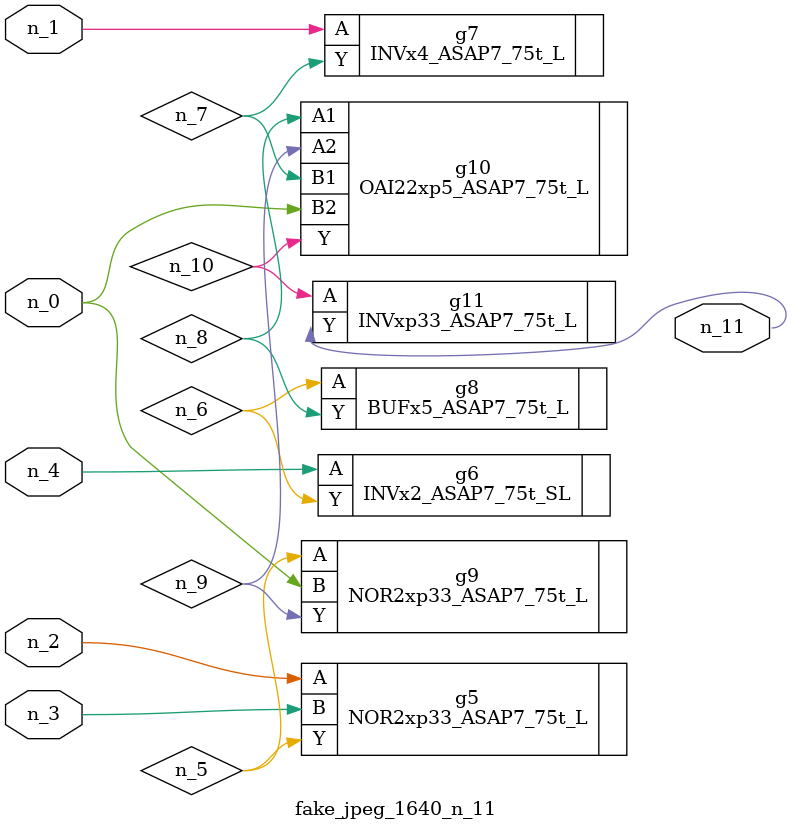
<source format=v>
module fake_jpeg_1640_n_11 (n_3, n_2, n_1, n_0, n_4, n_11);

input n_3;
input n_2;
input n_1;
input n_0;
input n_4;

output n_11;

wire n_10;
wire n_8;
wire n_9;
wire n_6;
wire n_5;
wire n_7;

NOR2xp33_ASAP7_75t_L g5 ( 
.A(n_2),
.B(n_3),
.Y(n_5)
);

INVx2_ASAP7_75t_SL g6 ( 
.A(n_4),
.Y(n_6)
);

INVx4_ASAP7_75t_L g7 ( 
.A(n_1),
.Y(n_7)
);

BUFx5_ASAP7_75t_L g8 ( 
.A(n_6),
.Y(n_8)
);

OAI22xp5_ASAP7_75t_L g10 ( 
.A1(n_8),
.A2(n_9),
.B1(n_7),
.B2(n_0),
.Y(n_10)
);

NOR2xp33_ASAP7_75t_L g9 ( 
.A(n_5),
.B(n_0),
.Y(n_9)
);

INVxp33_ASAP7_75t_L g11 ( 
.A(n_10),
.Y(n_11)
);


endmodule
</source>
